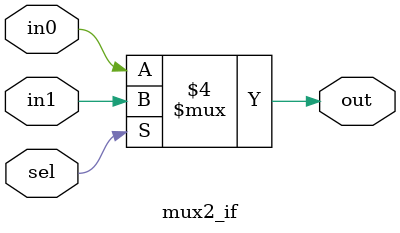
<source format=sv>
module mux2_if (
  input logic sel, in0, in1,
  output logic out
);

  always_comb
     begin      
        if(sel == 1) out = in1;
  	    else  out = in0;
     end

endmodule
</source>
